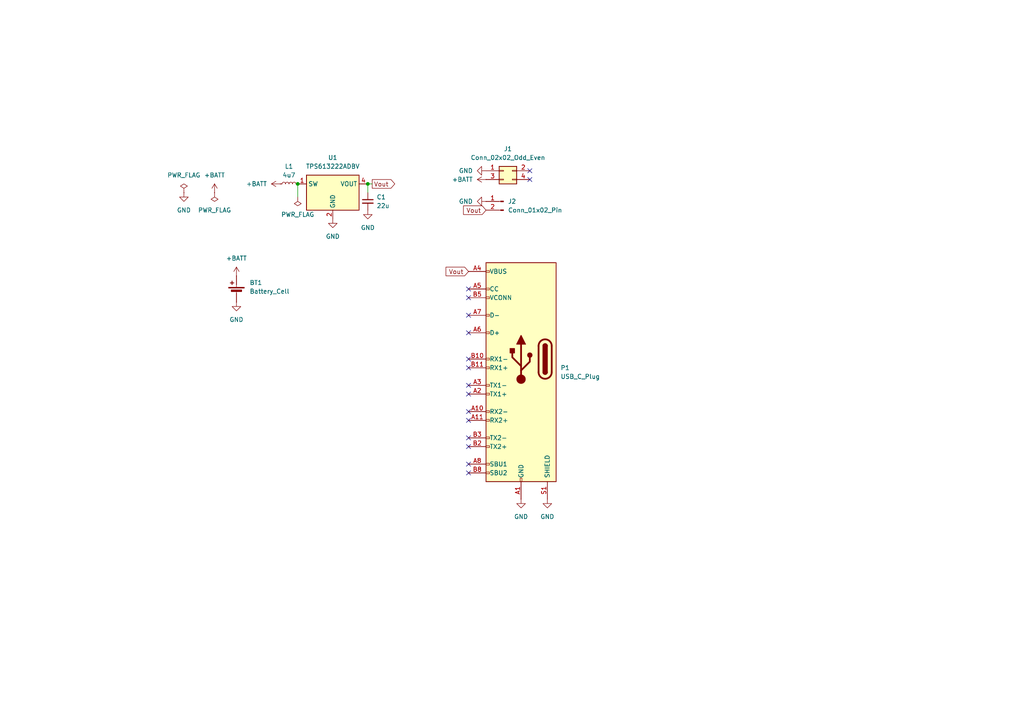
<source format=kicad_sch>
(kicad_sch (version 20250114) (generator "eeschema") (generator_version "9.0")
  (paper "A4")
  (lib_symbols
    (symbol "Connector:Conn_01x02_Pin" (pin_names (offset 1.016) (hide yes))
      (property "Reference" "J" (at 0 2.54 0))
      (property "Value" "Conn_01x02_Pin" (at 0 -5.08 0))
      (symbol "Conn_01x02_Pin_1_1"
        (rectangle (start 0.8636 0.127) (end 0 -0.127) (stroke (width 0.1524)) (fill (type outline)))
        (rectangle (start 0.8636 -2.413) (end 0 -2.667) (stroke (width 0.1524)) (fill (type outline)))
        (polyline (pts (xy 1.27 0) (xy 0.8636 0)) (stroke (width 0.1524)))
        (polyline (pts (xy 1.27 -2.54) (xy 0.8636 -2.54)) (stroke (width 0.1524)))
        (pin passive line (at 5.08 0 180) (length 3.81) (name "Pin_1") (number "1"))
        (pin passive line (at 5.08 -2.54 180) (length 3.81) (name "Pin_2") (number "2"))
      )
    )
    (symbol "Connector:USB_C_Plug" (pin_names (offset 1.016))
      (property "Reference" "P" (at -10.16 29.21 0))
      (property "Value" "USB_C_Plug" (at 10.16 29.21 0))
      (symbol "USB_C_Plug_0_0"
        (rectangle (start -0.254 -35.56) (end 0.254 -34.544))
        (rectangle (start 10.16 25.654) (end 9.144 25.146))
        (rectangle (start 10.16 20.574) (end 9.144 20.066))
        (rectangle (start 10.16 18.034) (end 9.144 17.526))
        (rectangle (start 10.16 12.954) (end 9.144 12.446))
        (rectangle (start 10.16 7.874) (end 9.144 7.366))
        (rectangle (start 10.16 0.254) (end 9.144 -0.254))
        (rectangle (start 10.16 -2.286) (end 9.144 -2.794))
        (rectangle (start 10.16 -7.366) (end 9.144 -7.874))
        (rectangle (start 10.16 -9.906) (end 9.144 -10.414))
        (rectangle (start 10.16 -14.986) (end 9.144 -15.494))
        (rectangle (start 10.16 -17.526) (end 9.144 -18.034))
        (rectangle (start 10.16 -22.606) (end 9.144 -23.114))
        (rectangle (start 10.16 -25.146) (end 9.144 -25.654))
        (rectangle (start 10.16 -30.226) (end 9.144 -30.734))
        (rectangle (start 10.16 -32.766) (end 9.144 -33.274))
      )
      (symbol "USB_C_Plug_0_1"
        (rectangle (start -10.16 27.94) (end 10.16 -35.56) (stroke (width 0.254)) (fill (type background)))
        (polyline (pts (xy -8.89 -3.81) (xy -8.89 3.81)) (stroke (width 0.508)))
        (rectangle (start -7.62 -3.81) (end -6.35 3.81) (stroke (width 0.254)) (fill (type outline)))
        (arc (start -7.62 3.81) (mid -6.985 4.4423) (end -6.35 3.81) (stroke (width 0.254)))
        (arc (start -7.62 3.81) (mid -6.985 4.4423) (end -6.35 3.81) (stroke (width 0.254)) (fill (type outline)))
        (arc (start -8.89 3.81) (mid -6.985 5.7067) (end -5.08 3.81) (stroke (width 0.508)))
        (arc (start -5.08 -3.81) (mid -6.985 -5.7067) (end -8.89 -3.81) (stroke (width 0.508)))
        (arc (start -6.35 -3.81) (mid -6.985 -4.4423) (end -7.62 -3.81) (stroke (width 0.254)))
        (arc (start -6.35 -3.81) (mid -6.985 -4.4423) (end -7.62 -3.81) (stroke (width 0.254)) (fill (type outline)))
        (polyline (pts (xy -5.08 3.81) (xy -5.08 -3.81)) (stroke (width 0.508)))
      )
      (symbol "USB_C_Plug_1_1"
        (circle (center -2.54 1.143) (radius 0.635) (stroke (width 0.254)) (fill (type outline)))
        (polyline (pts (xy -1.27 4.318) (xy 0 6.858) (xy 1.27 4.318) (xy -1.27 4.318)) (stroke (width 0.254)) (fill (type outline)))
        (polyline (pts (xy 0 -2.032) (xy 2.54 0.508) (xy 2.54 1.778)) (stroke (width 0.508)))
        (polyline (pts (xy 0 -3.302) (xy -2.54 -0.762) (xy -2.54 0.508)) (stroke (width 0.508)))
        (polyline (pts (xy 0 -5.842) (xy 0 4.318)) (stroke (width 0.508)))
        (circle (center 0 -5.842) (radius 1.27) (fill (type outline)))
        (rectangle (start 1.905 1.778) (end 3.175 3.048) (stroke (width 0.254)) (fill (type outline)))
        (pin passive line (at -7.62 -40.64 90) (length 5.08) (name "SHIELD") (number "S1"))
        (pin passive line (at 0 -40.64 90) (length 5.08) (name "GND") (number "A1"))
        (pin passive line (at 0 -40.64 90) (length 5.08) (hide yes) (name "GND") (number "A12"))
        (pin passive line (at 0 -40.64 90) (length 5.08) (hide yes) (name "GND") (number "B1"))
        (pin passive line (at 0 -40.64 90) (length 5.08) (hide yes) (name "GND") (number "B12"))
        (pin passive line (at 15.24 25.4 180) (length 5.08) (name "VBUS") (number "A4"))
        (pin passive line (at 15.24 25.4 180) (length 5.08) (hide yes) (name "VBUS") (number "A9"))
        (pin passive line (at 15.24 25.4 180) (length 5.08) (hide yes) (name "VBUS") (number "B4"))
        (pin passive line (at 15.24 25.4 180) (length 5.08) (hide yes) (name "VBUS") (number "B9"))
        (pin bidirectional line (at 15.24 20.32 180) (length 5.08) (name "CC") (number "A5"))
        (pin bidirectional line (at 15.24 17.78 180) (length 5.08) (name "VCONN") (number "B5"))
        (pin bidirectional line (at 15.24 12.7 180) (length 5.08) (name "D-") (number "A7"))
        (pin bidirectional line (at 15.24 7.62 180) (length 5.08) (name "D+") (number "A6"))
        (pin bidirectional line (at 15.24 0 180) (length 5.08) (name "RX1-") (number "B10"))
        (pin bidirectional line (at 15.24 -2.54 180) (length 5.08) (name "RX1+") (number "B11"))
        (pin bidirectional line (at 15.24 -7.62 180) (length 5.08) (name "TX1-") (number "A3"))
        (pin bidirectional line (at 15.24 -10.16 180) (length 5.08) (name "TX1+") (number "A2"))
        (pin bidirectional line (at 15.24 -15.24 180) (length 5.08) (name "RX2-") (number "A10"))
        (pin bidirectional line (at 15.24 -17.78 180) (length 5.08) (name "RX2+") (number "A11"))
        (pin bidirectional line (at 15.24 -22.86 180) (length 5.08) (name "TX2-") (number "B3"))
        (pin bidirectional line (at 15.24 -25.4 180) (length 5.08) (name "TX2+") (number "B2"))
        (pin bidirectional line (at 15.24 -30.48 180) (length 5.08) (name "SBU1") (number "A8"))
        (pin bidirectional line (at 15.24 -33.02 180) (length 5.08) (name "SBU2") (number "B8"))
      )
    )
    (symbol "Connector_Generic:Conn_02x02_Odd_Even" (pin_names (offset 1.016) (hide yes))
      (property "Reference" "J" (at 1.27 2.54 0))
      (property "Value" "Conn_02x02_Odd_Even" (at 1.27 -5.08 0))
      (symbol "Conn_02x02_Odd_Even_1_1"
        (rectangle (start -1.27 1.27) (end 3.81 -3.81) (stroke (width 0.254)) (fill (type background)))
        (rectangle (start -1.27 0.127) (end 0 -0.127) (stroke (width 0.1524)))
        (rectangle (start -1.27 -2.413) (end 0 -2.667) (stroke (width 0.1524)))
        (rectangle (start 3.81 0.127) (end 2.54 -0.127) (stroke (width 0.1524)))
        (rectangle (start 3.81 -2.413) (end 2.54 -2.667) (stroke (width 0.1524)))
        (pin passive line (at -5.08 0 0) (length 3.81) (name "Pin_1") (number "1"))
        (pin passive line (at -5.08 -2.54 0) (length 3.81) (name "Pin_3") (number "3"))
        (pin passive line (at 7.62 0 180) (length 3.81) (name "Pin_2") (number "2"))
        (pin passive line (at 7.62 -2.54 180) (length 3.81) (name "Pin_4") (number "4"))
      )
    )
    (symbol "Device:Battery_Cell" (pin_numbers (hide yes)) (pin_names (offset 0) (hide yes))
      (property "Reference" "BT" (at 2.54 2.54 0))
      (property "Value" "Battery_Cell" (at 2.54 0 0))
      (symbol "Battery_Cell_0_1"
        (rectangle (start -2.286 1.778) (end 2.286 1.524) (fill (type outline)))
        (rectangle (start -1.524 1.016) (end 1.524 0.508) (fill (type outline)))
        (polyline (pts (xy 0 1.778) (xy 0 2.54)))
        (polyline (pts (xy 0 0.762) (xy 0 0)))
        (polyline (pts (xy 0.762 3.048) (xy 1.778 3.048)) (stroke (width 0.254)))
        (polyline (pts (xy 1.27 3.556) (xy 1.27 2.54)) (stroke (width 0.254)))
      )
      (symbol "Battery_Cell_1_1"
        (pin passive line (at 0 5.08 270) (length 2.54) (name "+") (number "1"))
        (pin passive line (at 0 -2.54 90) (length 2.54) (name "-") (number "2"))
      )
    )
    (symbol "Device:C_Small" (pin_numbers (hide yes)) (pin_names (offset 0.254) (hide yes))
      (property "Reference" "C" (at 0.254 1.778 0))
      (property "Value" "C_Small" (at 0.254 -2.032 0))
      (symbol "C_Small_0_1"
        (polyline (pts (xy -1.524 0.508) (xy 1.524 0.508)) (stroke (width 0.3048)))
        (polyline (pts (xy -1.524 -0.508) (xy 1.524 -0.508)) (stroke (width 0.3302)))
      )
      (symbol "C_Small_1_1"
        (pin passive line (at 0 2.54 270) (length 2.032) (name "~") (number "1"))
        (pin passive line (at 0 -2.54 90) (length 2.032) (name "~") (number "2"))
      )
    )
    (symbol "Device:L_Small" (pin_numbers (hide yes)) (pin_names (offset 0.254) (hide yes))
      (property "Reference" "L" (at 0.762 1.016 0))
      (property "Value" "L_Small" (at 0.762 -1.016 0))
      (symbol "L_Small_0_1"
        (arc (start 0 2.032) (mid 0.5058 1.524) (end 0 1.016))
        (arc (start 0 1.016) (mid 0.5058 0.508) (end 0 0))
        (arc (start 0 0) (mid 0.5058 -0.508) (end 0 -1.016))
        (arc (start 0 -1.016) (mid 0.5058 -1.524) (end 0 -2.032))
      )
      (symbol "L_Small_1_1"
        (pin passive line (at 0 2.54 270) (length 0.508) (name "~") (number "1"))
        (pin passive line (at 0 -2.54 90) (length 0.508) (name "~") (number "2"))
      )
    )
    (symbol "Regulator_Switching:TPS613222ADBV"
      (property "Reference" "U" (at -7.62 6.35 0))
      (property "Value" "TPS613222ADBV" (at 2.54 6.35 0))
      (symbol "TPS613222ADBV_0_1"
        (rectangle (start -7.62 5.08) (end 7.62 -5.08) (stroke (width 0.254)) (fill (type background)))
      )
      (symbol "TPS613222ADBV_1_1"
        (pin power_in line (at -10.16 2.54 0) (length 2.54) (name "SW") (number "1"))
        (pin no_connect line (at -7.62 -2.54 0) (length 2.54) (hide yes) (name "NC") (number "3"))
        (pin power_in line (at 0 -7.62 90) (length 2.54) (name "GND") (number "2"))
        (pin no_connect line (at 7.62 -2.54 180) (length 2.54) (hide yes) (name "NC") (number "5"))
        (pin power_out line (at 10.16 2.54 180) (length 2.54) (name "VOUT") (number "4"))
      )
    )
    (symbol "power:+BATT" (power) (pin_numbers (hide yes)) (pin_names (offset 0) (hide yes))
      (property "Value" "+BATT" (at 0 3.556 0))
      (symbol "+BATT_0_1"
        (polyline (pts (xy -0.762 1.27) (xy 0 2.54)))
        (polyline (pts (xy 0 2.54) (xy 0.762 1.27)))
        (polyline (pts (xy 0 0) (xy 0 2.54)))
      )
      (symbol "+BATT_1_1"
        (pin power_in line (at 0 0 90) (length 0) (name "~") (number "1"))
      )
    )
    (symbol "power:GND" (power) (pin_numbers (hide yes)) (pin_names (offset 0) (hide yes))
      (property "Value" "GND" (at 0 -3.81 0))
      (symbol "GND_0_1"
        (polyline (pts (xy 0 0) (xy 0 -1.27) (xy 1.27 -1.27) (xy 0 -2.54) (xy -1.27 -1.27) (xy 0 -1.27)))
      )
      (symbol "GND_1_1"
        (pin power_in line (at 0 0 270) (length 0) (name "~") (number "1"))
      )
    )
    (symbol "power:PWR_FLAG" (power) (pin_numbers (hide yes)) (pin_names (offset 0) (hide yes))
      (property "Value" "PWR_FLAG" (at 0 3.81 0))
      (symbol "PWR_FLAG_0_0"
        (pin power_out line (at 0 0 90) (length 0) (name "~") (number "1"))
      )
      (symbol "PWR_FLAG_0_1"
        (polyline (pts (xy 0 0) (xy 0 1.27) (xy -1.016 1.905) (xy 0 2.54) (xy 1.016 1.905) (xy 0 1.27)))
      )
    )
  )
  (junction (at 86.36 53.34))
  (junction (at 106.68 53.34))
  (no_connect (at 135.89 121.92))
  (no_connect (at 153.67 52.07))
  (no_connect (at 135.89 91.44))
  (no_connect (at 135.89 96.52))
  (no_connect (at 135.89 137.16))
  (no_connect (at 135.89 119.38))
  (no_connect (at 135.89 104.14))
  (no_connect (at 135.89 114.3))
  (no_connect (at 135.89 111.76))
  (no_connect (at 135.89 129.54))
  (no_connect (at 153.67 49.53))
  (no_connect (at 135.89 127))
  (no_connect (at 135.89 134.62))
  (no_connect (at 135.89 106.68))
  (no_connect (at 135.89 86.36))
  (no_connect (at 135.89 83.82))
  (wire (pts (xy 107.95 53.34) (xy 106.68 53.34)))
  (wire (pts (xy 86.36 57.15) (xy 86.36 53.34)))
  (wire (pts (xy 106.68 53.34) (xy 106.68 55.88)))
  (global_label "Vout" (shape input) (at 140.97 60.96 180) (property "Intersheetrefs" "${INTERSHEET_REFS}" (effects (hide yes))))
  (global_label "Vout" (shape output) (at 107.95 53.34 0) (property "Intersheetrefs" "${INTERSHEET_REFS}" (effects (hide yes))))
  (global_label "Vout" (shape input) (at 135.89 78.74 180) (property "Intersheetrefs" "${INTERSHEET_REFS}" (effects (hide yes))))
  (symbol (lib_id "power:+BATT") (at 62.23 55.88 0) (unit 1)
    (property "Reference" "#PWR08" (effects (hide yes)))
    (property "Value" "+BATT" (at 62.23 50.8 0))
    (property "Description" "Power symbol creates a global label with name \"+BATT\"" (effects (hide yes)))
  )
  (symbol (lib_id "Connector:USB_C_Plug") (at 151.13 104.14 0) (mirror y) (unit 1)
    (property "Reference" "P1" (at 162.56 106.6799 0) (effects (justify right)))
    (property "Value" "USB_C_Plug" (at 162.56 109.2199 0) (effects (justify right)))
    (property "Footprint" "Library:USB_C_PLUG_00402-UCAM002-X" (effects (hide yes)))
    (property "Datasheet" "https://www.usb.org/sites/default/files/documents/usb_type-c.zip" (effects (hide yes)))
    (property "Description" "USB Type-C Plug connector" (effects (hide yes)))
  )
  (symbol (lib_id "power:GND") (at 96.52 63.5 0) (unit 1)
    (property "Reference" "#PWR06" (effects (hide yes)))
    (property "Value" "GND" (at 96.52 68.58 0))
    (property "Description" "Power symbol creates a global label with name \"GND\" , ground" (effects (hide yes)))
  )
  (symbol (lib_id "power:GND") (at 140.97 49.53 270) (unit 1)
    (property "Reference" "#PWR02" (effects (hide yes)))
    (property "Value" "GND" (at 137.16 49.5299 90) (effects (justify right)))
    (property "Description" "Power symbol creates a global label with name \"GND\" , ground" (effects (hide yes)))
  )
  (symbol (lib_id "Connector_Generic:Conn_02x02_Odd_Even") (at 146.05 49.53 0) (unit 1)
    (property "Reference" "J1" (at 147.32 43.18 0))
    (property "Value" "Conn_02x02_Odd_Even" (at 147.32 45.72 0))
    (property "Footprint" "Connector_PinHeader_2.54mm:PinHeader_2x02_P2.54mm_Vertical" (effects (hide yes)))
    (property "Description" "Generic connector, double row, 02x02, odd/even pin numbering scheme (row 1 odd numbers, row 2 even numbers), script generated (kicad-library-utils/schlib/autogen/connector/)" (effects (hide yes)))
  )
  (symbol (lib_id "power:PWR_FLAG") (at 86.36 57.15 180) (unit 1)
    (property "Reference" "#FLG03" (effects (hide yes)))
    (property "Value" "PWR_FLAG" (at 86.36 62.23 0))
    (property "Description" "Special symbol for telling ERC where power comes from" (effects (hide yes)))
  )
  (symbol (lib_id "power:+BATT") (at 81.28 53.34 90) (unit 1)
    (property "Reference" "#PWR03" (effects (hide yes)))
    (property "Value" "+BATT" (at 77.47 53.3399 90) (effects (justify left)))
    (property "Description" "Power symbol creates a global label with name \"+BATT\"" (effects (hide yes)))
  )
  (symbol (lib_id "power:GND") (at 106.68 60.96 0) (unit 1)
    (property "Reference" "#PWR07" (effects (hide yes)))
    (property "Value" "GND" (at 106.68 66.04 0))
    (property "Description" "Power symbol creates a global label with name \"GND\" , ground" (effects (hide yes)))
  )
  (symbol (lib_id "Device:Battery_Cell") (at 68.58 85.09 0) (mirror y) (unit 1)
    (property "Reference" "BT1" (at 72.39 81.9784 0) (effects (justify right)))
    (property "Value" "Battery_Cell" (at 72.39 84.5184 0) (effects (justify right)))
    (property "Footprint" "Battery:BatteryHolder_Keystone_2466_1xAAA" (effects (hide yes)))
    (property "Description" "Single-cell battery" (effects (hide yes)))
    (property "Sim.Device" "V" (effects (hide yes)))
    (property "Sim.Type" "DC" (effects (hide yes)))
    (property "Sim.Pins" "1=+ 2=-" (effects (hide yes)))
  )
  (symbol (lib_id "power:GND") (at 53.34 55.88 0) (unit 1)
    (property "Reference" "#PWR09" (effects (hide yes)))
    (property "Value" "GND" (at 53.34 60.96 0))
    (property "Description" "Power symbol creates a global label with name \"GND\" , ground" (effects (hide yes)))
  )
  (symbol (lib_id "Connector:Conn_01x02_Pin") (at 146.05 58.42 0) (mirror y) (unit 1)
    (property "Reference" "J2" (at 147.32 58.4199 0) (effects (justify right)))
    (property "Value" "Conn_01x02_Pin" (at 147.32 60.9599 0) (effects (justify right)))
    (property "Footprint" "Connector_PinHeader_2.54mm:PinHeader_1x02_P2.54mm_Vertical" (effects (hide yes)))
    (property "Description" "Generic connector, single row, 01x02, script generated" (effects (hide yes)))
  )
  (symbol (lib_id "power:PWR_FLAG") (at 53.34 55.88 0) (unit 1)
    (property "Reference" "#FLG01" (effects (hide yes)))
    (property "Value" "PWR_FLAG" (at 53.34 50.8 0))
    (property "Description" "Special symbol for telling ERC where power comes from" (effects (hide yes)))
  )
  (symbol (lib_id "power:GND") (at 151.13 144.78 0) (unit 1)
    (property "Reference" "#PWR010" (effects (hide yes)))
    (property "Value" "GND" (at 151.13 149.86 0))
    (property "Description" "Power symbol creates a global label with name \"GND\" , ground" (effects (hide yes)))
  )
  (symbol (lib_id "power:GND") (at 158.75 144.78 0) (unit 1)
    (property "Reference" "#PWR011" (effects (hide yes)))
    (property "Value" "GND" (at 158.75 149.86 0))
    (property "Description" "Power symbol creates a global label with name \"GND\" , ground" (effects (hide yes)))
  )
  (symbol (lib_id "Device:C_Small") (at 106.68 58.42 0) (unit 1)
    (property "Reference" "C1" (at 109.22 57.1562 0) (effects (justify left)))
    (property "Value" "22u" (at 109.22 59.6962 0) (effects (justify left)))
    (property "Footprint" "Capacitor_SMD:C_0603_1608Metric" (effects (hide yes)))
    (property "Description" "Unpolarized capacitor, small symbol" (effects (hide yes)))
  )
  (symbol (lib_id "Device:L_Small") (at 83.82 53.34 90) (unit 1)
    (property "Reference" "L1" (at 83.82 48.26 90))
    (property "Value" "4u7" (at 83.82 50.8 90))
    (property "Footprint" "Inductor_SMD:L_1210_3225Metric" (effects (hide yes)))
    (property "Description" "Inductor, small symbol" (effects (hide yes)))
  )
  (symbol (lib_id "power:GND") (at 140.97 58.42 270) (unit 1)
    (property "Reference" "#PWR012" (effects (hide yes)))
    (property "Value" "GND" (at 137.16 58.4199 90) (effects (justify right)))
    (property "Description" "Power symbol creates a global label with name \"GND\" , ground" (effects (hide yes)))
  )
  (symbol (lib_id "power:PWR_FLAG") (at 62.23 55.88 180) (unit 1)
    (property "Reference" "#FLG02" (effects (hide yes)))
    (property "Value" "PWR_FLAG" (at 62.23 60.96 0))
    (property "Description" "Special symbol for telling ERC where power comes from" (effects (hide yes)))
  )
  (symbol (lib_id "Regulator_Switching:TPS613222ADBV") (at 96.52 55.88 0) (unit 1)
    (property "Reference" "U1" (at 96.52 45.72 0))
    (property "Value" "TPS613222ADBV" (at 96.52 48.26 0))
    (property "Footprint" "Package_TO_SOT_SMD:SOT-23-5" (effects (hide yes)))
    (property "Datasheet" "http://www.ti.com/lit/ds/symlink/tps61322.pdf" (effects (hide yes)))
    (property "Description" "1.8A Step-Up Converter, 5V Output Voltage, 0.9-5.5V Input Voltage, SOT-23-5" (effects (hide yes)))
  )
  (symbol (lib_id "power:GND") (at 68.58 87.63 0) (unit 1)
    (property "Reference" "#PWR05" (effects (hide yes)))
    (property "Value" "GND" (at 68.58 92.71 0))
    (property "Description" "Power symbol creates a global label with name \"GND\" , ground" (effects (hide yes)))
  )
  (symbol (lib_id "power:+BATT") (at 68.58 80.01 0) (unit 1)
    (property "Reference" "#PWR01" (effects (hide yes)))
    (property "Value" "+BATT" (at 68.58 74.93 0))
    (property "Description" "Power symbol creates a global label with name \"+BATT\"" (effects (hide yes)))
  )
  (symbol (lib_id "power:+BATT") (at 140.97 52.07 90) (unit 1)
    (property "Reference" "#PWR04" (effects (hide yes)))
    (property "Value" "+BATT" (at 137.16 52.0699 90) (effects (justify left)))
    (property "Description" "Power symbol creates a global label with name \"+BATT\"" (effects (hide yes)))
  )
)
</source>
